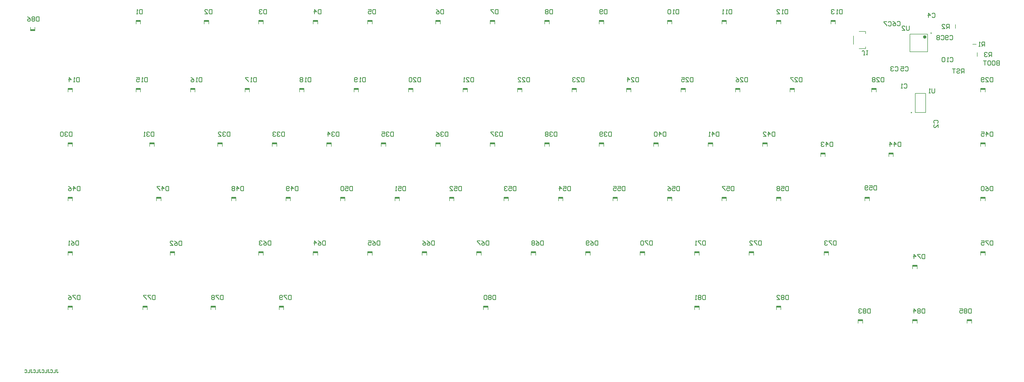
<source format=gbo>
G04*
G04 #@! TF.GenerationSoftware,Altium Limited,Altium Designer,25.6.2 (33)*
G04*
G04 Layer_Color=32896*
%FSLAX44Y44*%
%MOMM*%
G71*
G04*
G04 #@! TF.SameCoordinates,BA1FA69A-D19E-42E0-B421-8A8EBEBE1810*
G04*
G04*
G04 #@! TF.FilePolarity,Positive*
G04*
G01*
G75*
%ADD10C,0.2540*%
%ADD64C,0.2500*%
%ADD65C,0.6000*%
%ADD66C,0.1500*%
%ADD67C,0.2000*%
%ADD68R,1.5870X0.5080*%
D10*
X3533931Y1269617D02*
Y1254382D01*
X3526313D01*
X3523774Y1256922D01*
Y1259461D01*
X3526313Y1262000D01*
X3533931D01*
X3526313D01*
X3523774Y1264539D01*
Y1267078D01*
X3526313Y1269617D01*
X3533931D01*
X3511078D02*
X3516157D01*
X3518696Y1267078D01*
Y1256922D01*
X3516157Y1254382D01*
X3511078D01*
X3508539Y1256922D01*
Y1267078D01*
X3511078Y1269617D01*
X3495843D02*
X3500922D01*
X3503461Y1267078D01*
Y1256922D01*
X3500922Y1254382D01*
X3495843D01*
X3493304Y1256922D01*
Y1267078D01*
X3495843Y1269617D01*
X3488226D02*
X3478069D01*
X3483147D01*
Y1254382D01*
X236796Y188537D02*
X240128D01*
X238462D01*
Y180206D01*
X240128Y178540D01*
X241794D01*
X243460Y180206D01*
X233463Y188537D02*
Y178540D01*
X226799D01*
X216802Y186871D02*
X218468Y188537D01*
X221800D01*
X223466Y186871D01*
Y180206D01*
X221800Y178540D01*
X218468D01*
X216802Y180206D01*
X206805Y188537D02*
X210137D01*
X208471D01*
Y180206D01*
X210137Y178540D01*
X211803D01*
X213470Y180206D01*
X203473Y188537D02*
Y178540D01*
X196808D01*
X186812Y186871D02*
X188478Y188537D01*
X191810D01*
X193476Y186871D01*
Y180206D01*
X191810Y178540D01*
X188478D01*
X186812Y180206D01*
X176815Y188537D02*
X180147D01*
X178481D01*
Y180206D01*
X180147Y178540D01*
X181813D01*
X183479Y180206D01*
X173482Y188537D02*
Y178540D01*
X166818D01*
X156821Y186871D02*
X158487Y188537D01*
X161820D01*
X163486Y186871D01*
Y180206D01*
X161820Y178540D01*
X158487D01*
X156821Y180206D01*
X146825Y188537D02*
X150157D01*
X148491D01*
Y180206D01*
X150157Y178540D01*
X151823D01*
X153489Y180206D01*
X143492Y188537D02*
Y178540D01*
X136828D01*
X126831Y186871D02*
X128497Y188537D01*
X131829D01*
X133495Y186871D01*
Y180206D01*
X131829Y178540D01*
X128497D01*
X126831Y180206D01*
X3307844Y1172102D02*
Y1159406D01*
X3305305Y1156867D01*
X3300227D01*
X3297687Y1159406D01*
Y1172102D01*
X3292609Y1156867D02*
X3287531D01*
X3290070D01*
Y1172102D01*
X3292609Y1169563D01*
X3218696Y1391617D02*
Y1378922D01*
X3216157Y1376382D01*
X3211078D01*
X3208539Y1378922D01*
Y1391617D01*
X3193304Y1376382D02*
X3203461D01*
X3193304Y1386539D01*
Y1389078D01*
X3195843Y1391617D01*
X3200922D01*
X3203461Y1389078D01*
X3506696Y1284382D02*
Y1299617D01*
X3499078D01*
X3496539Y1297078D01*
Y1292000D01*
X3499078Y1289461D01*
X3506696D01*
X3501617D02*
X3496539Y1284382D01*
X3491461Y1297078D02*
X3488922Y1299617D01*
X3483843D01*
X3481304Y1297078D01*
Y1294539D01*
X3483843Y1292000D01*
X3486382D01*
X3483843D01*
X3481304Y1289461D01*
Y1286922D01*
X3483843Y1284382D01*
X3488922D01*
X3491461Y1286922D01*
X3358696Y1382383D02*
Y1397617D01*
X3351078D01*
X3348539Y1395078D01*
Y1390000D01*
X3351078Y1387461D01*
X3358696D01*
X3353618D02*
X3348539Y1382383D01*
X3333304D02*
X3343461D01*
X3333304Y1392539D01*
Y1395078D01*
X3335843Y1397617D01*
X3340922D01*
X3343461Y1395078D01*
X3482157Y1320383D02*
Y1335618D01*
X3474539D01*
X3472000Y1333078D01*
Y1328000D01*
X3474539Y1325461D01*
X3482157D01*
X3477078D02*
X3472000Y1320383D01*
X3466922D02*
X3461843D01*
X3464382D01*
Y1335618D01*
X3466922Y1333078D01*
X3410313Y1226383D02*
Y1241618D01*
X3402696D01*
X3400157Y1239078D01*
Y1234000D01*
X3402696Y1231461D01*
X3410313D01*
X3405235D02*
X3400157Y1226383D01*
X3384922Y1239078D02*
X3387461Y1241618D01*
X3392539D01*
X3395078Y1239078D01*
Y1236539D01*
X3392539Y1234000D01*
X3387461D01*
X3384922Y1231461D01*
Y1228922D01*
X3387461Y1226383D01*
X3392539D01*
X3395078Y1228922D01*
X3379843Y1241618D02*
X3369687D01*
X3374765D01*
Y1226383D01*
X3064000Y1290383D02*
X3058922D01*
X3061461D01*
Y1303078D01*
X3058922Y1305618D01*
X3056382D01*
X3053843Y1303078D01*
X3069078Y1305618D02*
X3074157D01*
X3071618D01*
Y1290383D01*
X3069078Y1292922D01*
X176313Y1423618D02*
Y1408383D01*
X168696D01*
X166157Y1410922D01*
Y1421078D01*
X168696Y1423618D01*
X176313D01*
X161078Y1421078D02*
X158539Y1423618D01*
X153461D01*
X150922Y1421078D01*
Y1418539D01*
X153461Y1416000D01*
X150922Y1413461D01*
Y1410922D01*
X153461Y1408383D01*
X158539D01*
X161078Y1410922D01*
Y1413461D01*
X158539Y1416000D01*
X161078Y1418539D01*
Y1421078D01*
X158539Y1416000D02*
X153461D01*
X135687Y1423618D02*
X140765Y1421078D01*
X145843Y1416000D01*
Y1410922D01*
X143304Y1408383D01*
X138226D01*
X135687Y1410922D01*
Y1413461D01*
X138226Y1416000D01*
X145843D01*
X3435350Y401569D02*
Y386334D01*
X3427733D01*
X3425193Y388873D01*
Y399030D01*
X3427733Y401569D01*
X3435350D01*
X3420115Y399030D02*
X3417576Y401569D01*
X3412497D01*
X3409958Y399030D01*
Y396491D01*
X3412497Y393951D01*
X3409958Y391412D01*
Y388873D01*
X3412497Y386334D01*
X3417576D01*
X3420115Y388873D01*
Y391412D01*
X3417576Y393951D01*
X3420115Y396491D01*
Y399030D01*
X3417576Y393951D02*
X3412497D01*
X3394723Y401569D02*
X3404880D01*
Y393951D01*
X3399802Y396491D01*
X3397262D01*
X3394723Y393951D01*
Y388873D01*
X3397262Y386334D01*
X3402341D01*
X3404880Y388873D01*
X3272790Y401569D02*
Y386334D01*
X3265172D01*
X3262633Y388873D01*
Y399030D01*
X3265172Y401569D01*
X3272790D01*
X3257555Y399030D02*
X3255016Y401569D01*
X3249937D01*
X3247398Y399030D01*
Y396491D01*
X3249937Y393951D01*
X3247398Y391412D01*
Y388873D01*
X3249937Y386334D01*
X3255016D01*
X3257555Y388873D01*
Y391412D01*
X3255016Y393951D01*
X3257555Y396491D01*
Y399030D01*
X3255016Y393951D02*
X3249937D01*
X3234702Y386334D02*
Y401569D01*
X3242320Y393951D01*
X3232163D01*
X3082290Y401569D02*
Y386334D01*
X3074673D01*
X3072133Y388873D01*
Y399030D01*
X3074673Y401569D01*
X3082290D01*
X3067055Y399030D02*
X3064516Y401569D01*
X3059437D01*
X3056898Y399030D01*
Y396491D01*
X3059437Y393951D01*
X3056898Y391412D01*
Y388873D01*
X3059437Y386334D01*
X3064516D01*
X3067055Y388873D01*
Y391412D01*
X3064516Y393951D01*
X3067055Y396491D01*
Y399030D01*
X3064516Y393951D02*
X3059437D01*
X3051820Y399030D02*
X3049281Y401569D01*
X3044202D01*
X3041663Y399030D01*
Y396491D01*
X3044202Y393951D01*
X3046742D01*
X3044202D01*
X3041663Y391412D01*
Y388873D01*
X3044202Y386334D01*
X3049281D01*
X3051820Y388873D01*
X2796540Y449067D02*
Y433832D01*
X2788922D01*
X2786383Y436371D01*
Y446528D01*
X2788922Y449067D01*
X2796540D01*
X2781305Y446528D02*
X2778766Y449067D01*
X2773687D01*
X2771148Y446528D01*
Y443989D01*
X2773687Y441450D01*
X2771148Y438910D01*
Y436371D01*
X2773687Y433832D01*
X2778766D01*
X2781305Y436371D01*
Y438910D01*
X2778766Y441450D01*
X2781305Y443989D01*
Y446528D01*
X2778766Y441450D02*
X2773687D01*
X2755913Y433832D02*
X2766070D01*
X2755913Y443989D01*
Y446528D01*
X2758452Y449067D01*
X2763531D01*
X2766070Y446528D01*
X2505710Y449067D02*
Y433832D01*
X2498092D01*
X2495553Y436371D01*
Y446528D01*
X2498092Y449067D01*
X2505710D01*
X2490475Y446528D02*
X2487936Y449067D01*
X2482857D01*
X2480318Y446528D01*
Y443989D01*
X2482857Y441450D01*
X2480318Y438910D01*
Y436371D01*
X2482857Y433832D01*
X2487936D01*
X2490475Y436371D01*
Y438910D01*
X2487936Y441450D01*
X2490475Y443989D01*
Y446528D01*
X2487936Y441450D02*
X2482857D01*
X2475240Y433832D02*
X2470161D01*
X2472701D01*
Y449067D01*
X2475240Y446528D01*
X1772412Y449067D02*
Y433832D01*
X1764794D01*
X1762255Y436371D01*
Y446528D01*
X1764794Y449067D01*
X1772412D01*
X1757177Y446528D02*
X1754638Y449067D01*
X1749559D01*
X1747020Y446528D01*
Y443989D01*
X1749559Y441450D01*
X1747020Y438910D01*
Y436371D01*
X1749559Y433832D01*
X1754638D01*
X1757177Y436371D01*
Y438910D01*
X1754638Y441450D01*
X1757177Y443989D01*
Y446528D01*
X1754638Y441450D02*
X1749559D01*
X1741942Y446528D02*
X1739403Y449067D01*
X1734324D01*
X1731785Y446528D01*
Y436371D01*
X1734324Y433832D01*
X1739403D01*
X1741942Y436371D01*
Y446528D01*
X1058164Y449067D02*
Y433832D01*
X1050546D01*
X1048007Y436371D01*
Y446528D01*
X1050546Y449067D01*
X1058164D01*
X1042929D02*
X1032772D01*
Y446528D01*
X1042929Y436371D01*
Y433832D01*
X1027694Y436371D02*
X1025155Y433832D01*
X1020076D01*
X1017537Y436371D01*
Y446528D01*
X1020076Y449067D01*
X1025155D01*
X1027694Y446528D01*
Y443989D01*
X1025155Y441450D01*
X1017537D01*
X819912Y449067D02*
Y433832D01*
X812294D01*
X809755Y436371D01*
Y446528D01*
X812294Y449067D01*
X819912D01*
X804677D02*
X794520D01*
Y446528D01*
X804677Y436371D01*
Y433832D01*
X789442Y446528D02*
X786903Y449067D01*
X781824D01*
X779285Y446528D01*
Y443989D01*
X781824Y441450D01*
X779285Y438910D01*
Y436371D01*
X781824Y433832D01*
X786903D01*
X789442Y436371D01*
Y438910D01*
X786903Y441450D01*
X789442Y443989D01*
Y446528D01*
X786903Y441450D02*
X781824D01*
X581914Y449067D02*
Y433832D01*
X574296D01*
X571757Y436371D01*
Y446528D01*
X574296Y449067D01*
X581914D01*
X566679D02*
X556522D01*
Y446528D01*
X566679Y436371D01*
Y433832D01*
X551444Y449067D02*
X541287D01*
Y446528D01*
X551444Y436371D01*
Y433832D01*
X320040Y449067D02*
Y433832D01*
X312423D01*
X309883Y436371D01*
Y446528D01*
X312423Y449067D01*
X320040D01*
X304805D02*
X294648D01*
Y446528D01*
X304805Y436371D01*
Y433832D01*
X279413Y449067D02*
X284492Y446528D01*
X289570Y441450D01*
Y436371D01*
X287031Y433832D01*
X281952D01*
X279413Y436371D01*
Y438910D01*
X281952Y441450D01*
X289570D01*
X3510788Y639567D02*
Y624332D01*
X3503170D01*
X3500631Y626871D01*
Y637028D01*
X3503170Y639567D01*
X3510788D01*
X3495553D02*
X3485396D01*
Y637028D01*
X3495553Y626871D01*
Y624332D01*
X3470161Y639567D02*
X3480318D01*
Y631950D01*
X3475240Y634489D01*
X3472700D01*
X3470161Y631950D01*
Y626871D01*
X3472700Y624332D01*
X3477779D01*
X3480318Y626871D01*
X3272790Y592069D02*
Y576834D01*
X3265172D01*
X3262633Y579373D01*
Y589530D01*
X3265172Y592069D01*
X3272790D01*
X3257555D02*
X3247398D01*
Y589530D01*
X3257555Y579373D01*
Y576834D01*
X3234702D02*
Y592069D01*
X3242320Y584451D01*
X3232163D01*
X2963164Y639567D02*
Y624332D01*
X2955547D01*
X2953007Y626871D01*
Y637028D01*
X2955547Y639567D01*
X2963164D01*
X2947929D02*
X2937772D01*
Y637028D01*
X2947929Y626871D01*
Y624332D01*
X2932694Y637028D02*
X2930155Y639567D01*
X2925076D01*
X2922537Y637028D01*
Y634489D01*
X2925076Y631950D01*
X2927615D01*
X2925076D01*
X2922537Y629410D01*
Y626871D01*
X2925076Y624332D01*
X2930155D01*
X2932694Y626871D01*
X2701290Y639567D02*
Y624332D01*
X2693672D01*
X2691133Y626871D01*
Y637028D01*
X2693672Y639567D01*
X2701290D01*
X2686055D02*
X2675898D01*
Y637028D01*
X2686055Y626871D01*
Y624332D01*
X2660663D02*
X2670820D01*
X2660663Y634489D01*
Y637028D01*
X2663202Y639567D01*
X2668281D01*
X2670820Y637028D01*
X2505710Y639567D02*
Y624332D01*
X2498092D01*
X2495553Y626871D01*
Y637028D01*
X2498092Y639567D01*
X2505710D01*
X2490475D02*
X2480318D01*
Y637028D01*
X2490475Y626871D01*
Y624332D01*
X2475240D02*
X2470161D01*
X2472701D01*
Y639567D01*
X2475240Y637028D01*
X2320290Y639567D02*
Y624332D01*
X2312672D01*
X2310133Y626871D01*
Y637028D01*
X2312672Y639567D01*
X2320290D01*
X2305055D02*
X2294898D01*
Y637028D01*
X2305055Y626871D01*
Y624332D01*
X2289820Y637028D02*
X2287281Y639567D01*
X2282202D01*
X2279663Y637028D01*
Y626871D01*
X2282202Y624332D01*
X2287281D01*
X2289820Y626871D01*
Y637028D01*
X2129790Y639567D02*
Y624332D01*
X2122173D01*
X2119633Y626871D01*
Y637028D01*
X2122173Y639567D01*
X2129790D01*
X2104398D02*
X2109477Y637028D01*
X2114555Y631950D01*
Y626871D01*
X2112016Y624332D01*
X2106937D01*
X2104398Y626871D01*
Y629410D01*
X2106937Y631950D01*
X2114555D01*
X2099320Y626871D02*
X2096781Y624332D01*
X2091702D01*
X2089163Y626871D01*
Y637028D01*
X2091702Y639567D01*
X2096781D01*
X2099320Y637028D01*
Y634489D01*
X2096781Y631950D01*
X2089163D01*
X1939290Y639567D02*
Y624332D01*
X1931673D01*
X1929133Y626871D01*
Y637028D01*
X1931673Y639567D01*
X1939290D01*
X1913898D02*
X1918977Y637028D01*
X1924055Y631950D01*
Y626871D01*
X1921516Y624332D01*
X1916437D01*
X1913898Y626871D01*
Y629410D01*
X1916437Y631950D01*
X1924055D01*
X1908820Y637028D02*
X1906281Y639567D01*
X1901202D01*
X1898663Y637028D01*
Y634489D01*
X1901202Y631950D01*
X1898663Y629410D01*
Y626871D01*
X1901202Y624332D01*
X1906281D01*
X1908820Y626871D01*
Y629410D01*
X1906281Y631950D01*
X1908820Y634489D01*
Y637028D01*
X1906281Y631950D02*
X1901202D01*
X1748790Y639567D02*
Y624332D01*
X1741172D01*
X1738633Y626871D01*
Y637028D01*
X1741172Y639567D01*
X1748790D01*
X1723398D02*
X1728477Y637028D01*
X1733555Y631950D01*
Y626871D01*
X1731016Y624332D01*
X1725937D01*
X1723398Y626871D01*
Y629410D01*
X1725937Y631950D01*
X1733555D01*
X1718320Y639567D02*
X1708163D01*
Y637028D01*
X1718320Y626871D01*
Y624332D01*
X1558290Y639567D02*
Y624332D01*
X1550672D01*
X1548133Y626871D01*
Y637028D01*
X1550672Y639567D01*
X1558290D01*
X1532898D02*
X1537977Y637028D01*
X1543055Y631950D01*
Y626871D01*
X1540516Y624332D01*
X1535437D01*
X1532898Y626871D01*
Y629410D01*
X1535437Y631950D01*
X1543055D01*
X1517663Y639567D02*
X1522742Y637028D01*
X1527820Y631950D01*
Y626871D01*
X1525281Y624332D01*
X1520202D01*
X1517663Y626871D01*
Y629410D01*
X1520202Y631950D01*
X1527820D01*
X1367790Y639567D02*
Y624332D01*
X1360172D01*
X1357633Y626871D01*
Y637028D01*
X1360172Y639567D01*
X1367790D01*
X1342398D02*
X1347477Y637028D01*
X1352555Y631950D01*
Y626871D01*
X1350016Y624332D01*
X1344937D01*
X1342398Y626871D01*
Y629410D01*
X1344937Y631950D01*
X1352555D01*
X1327163Y639567D02*
X1337320D01*
Y631950D01*
X1332242Y634489D01*
X1329702D01*
X1327163Y631950D01*
Y626871D01*
X1329702Y624332D01*
X1334781D01*
X1337320Y626871D01*
X1177290Y639567D02*
Y624332D01*
X1169672D01*
X1167133Y626871D01*
Y637028D01*
X1169672Y639567D01*
X1177290D01*
X1151898D02*
X1156977Y637028D01*
X1162055Y631950D01*
Y626871D01*
X1159516Y624332D01*
X1154437D01*
X1151898Y626871D01*
Y629410D01*
X1154437Y631950D01*
X1162055D01*
X1139202Y624332D02*
Y639567D01*
X1146820Y631950D01*
X1136663D01*
X986790Y639567D02*
Y624332D01*
X979173D01*
X976633Y626871D01*
Y637028D01*
X979173Y639567D01*
X986790D01*
X961398D02*
X966477Y637028D01*
X971555Y631950D01*
Y626871D01*
X969016Y624332D01*
X963937D01*
X961398Y626871D01*
Y629410D01*
X963937Y631950D01*
X971555D01*
X956320Y637028D02*
X953781Y639567D01*
X948702D01*
X946163Y637028D01*
Y634489D01*
X948702Y631950D01*
X951242D01*
X948702D01*
X946163Y629410D01*
Y626871D01*
X948702Y624332D01*
X953781D01*
X956320Y626871D01*
X675157Y638649D02*
Y623414D01*
X667540D01*
X665000Y625953D01*
Y636110D01*
X667540Y638649D01*
X675157D01*
X649765D02*
X654844Y636110D01*
X659922Y631031D01*
Y625953D01*
X657383Y623414D01*
X652305D01*
X649765Y625953D01*
Y628492D01*
X652305Y631031D01*
X659922D01*
X634530Y623414D02*
X644687D01*
X634530Y633570D01*
Y636110D01*
X637070Y638649D01*
X642148D01*
X644687Y636110D01*
X314960Y639567D02*
Y624332D01*
X307342D01*
X304803Y626871D01*
Y637028D01*
X307342Y639567D01*
X314960D01*
X289568D02*
X294647Y637028D01*
X299725Y631950D01*
Y626871D01*
X297186Y624332D01*
X292107D01*
X289568Y626871D01*
Y629410D01*
X292107Y631950D01*
X299725D01*
X284490Y624332D02*
X279412D01*
X281951D01*
Y639567D01*
X284490Y637028D01*
X3510788Y830067D02*
Y814832D01*
X3503170D01*
X3500631Y817371D01*
Y827528D01*
X3503170Y830067D01*
X3510788D01*
X3485396D02*
X3490475Y827528D01*
X3495553Y822449D01*
Y817371D01*
X3493014Y814832D01*
X3487935D01*
X3485396Y817371D01*
Y819910D01*
X3487935Y822449D01*
X3495553D01*
X3480318Y827528D02*
X3477779Y830067D01*
X3472700D01*
X3470161Y827528D01*
Y817371D01*
X3472700Y814832D01*
X3477779D01*
X3480318Y817371D01*
Y827528D01*
X3104032Y832992D02*
Y817757D01*
X3096415D01*
X3093875Y820297D01*
Y830453D01*
X3096415Y832992D01*
X3104032D01*
X3078640D02*
X3088797D01*
Y825375D01*
X3083719Y827914D01*
X3081180D01*
X3078640Y825375D01*
Y820297D01*
X3081180Y817757D01*
X3086258D01*
X3088797Y820297D01*
X3073562D02*
X3071023Y817757D01*
X3065945D01*
X3063405Y820297D01*
Y830453D01*
X3065945Y832992D01*
X3071023D01*
X3073562Y830453D01*
Y827914D01*
X3071023Y825375D01*
X3063405D01*
X2796540Y830067D02*
Y814832D01*
X2788922D01*
X2786383Y817371D01*
Y827528D01*
X2788922Y830067D01*
X2796540D01*
X2771148D02*
X2781305D01*
Y822449D01*
X2776227Y824989D01*
X2773687D01*
X2771148Y822449D01*
Y817371D01*
X2773687Y814832D01*
X2778766D01*
X2781305Y817371D01*
X2766070Y827528D02*
X2763531Y830067D01*
X2758452D01*
X2755913Y827528D01*
Y824989D01*
X2758452Y822449D01*
X2755913Y819910D01*
Y817371D01*
X2758452Y814832D01*
X2763531D01*
X2766070Y817371D01*
Y819910D01*
X2763531Y822449D01*
X2766070Y824989D01*
Y827528D01*
X2763531Y822449D02*
X2758452D01*
X2606040Y830067D02*
Y814832D01*
X2598423D01*
X2595883Y817371D01*
Y827528D01*
X2598423Y830067D01*
X2606040D01*
X2580648D02*
X2590805D01*
Y822449D01*
X2585727Y824989D01*
X2583187D01*
X2580648Y822449D01*
Y817371D01*
X2583187Y814832D01*
X2588266D01*
X2590805Y817371D01*
X2575570Y830067D02*
X2565413D01*
Y827528D01*
X2575570Y817371D01*
Y814832D01*
X2415540Y830067D02*
Y814832D01*
X2407923D01*
X2405383Y817371D01*
Y827528D01*
X2407923Y830067D01*
X2415540D01*
X2390148D02*
X2400305D01*
Y822449D01*
X2395227Y824989D01*
X2392687D01*
X2390148Y822449D01*
Y817371D01*
X2392687Y814832D01*
X2397766D01*
X2400305Y817371D01*
X2374913Y830067D02*
X2379991Y827528D01*
X2385070Y822449D01*
Y817371D01*
X2382531Y814832D01*
X2377452D01*
X2374913Y817371D01*
Y819910D01*
X2377452Y822449D01*
X2385070D01*
X2225040Y830067D02*
Y814832D01*
X2217422D01*
X2214883Y817371D01*
Y827528D01*
X2217422Y830067D01*
X2225040D01*
X2199648D02*
X2209805D01*
Y822449D01*
X2204727Y824989D01*
X2202187D01*
X2199648Y822449D01*
Y817371D01*
X2202187Y814832D01*
X2207266D01*
X2209805Y817371D01*
X2184413Y830067D02*
X2194570D01*
Y822449D01*
X2189491Y824989D01*
X2186952D01*
X2184413Y822449D01*
Y817371D01*
X2186952Y814832D01*
X2192031D01*
X2194570Y817371D01*
X2034540Y830067D02*
Y814832D01*
X2026922D01*
X2024383Y817371D01*
Y827528D01*
X2026922Y830067D01*
X2034540D01*
X2009148D02*
X2019305D01*
Y822449D01*
X2014227Y824989D01*
X2011687D01*
X2009148Y822449D01*
Y817371D01*
X2011687Y814832D01*
X2016766D01*
X2019305Y817371D01*
X1996452Y814832D02*
Y830067D01*
X2004070Y822449D01*
X1993913D01*
X1844040Y830067D02*
Y814832D01*
X1836422D01*
X1833883Y817371D01*
Y827528D01*
X1836422Y830067D01*
X1844040D01*
X1818648D02*
X1828805D01*
Y822449D01*
X1823727Y824989D01*
X1821187D01*
X1818648Y822449D01*
Y817371D01*
X1821187Y814832D01*
X1826266D01*
X1828805Y817371D01*
X1813570Y827528D02*
X1811031Y830067D01*
X1805952D01*
X1803413Y827528D01*
Y824989D01*
X1805952Y822449D01*
X1808492D01*
X1805952D01*
X1803413Y819910D01*
Y817371D01*
X1805952Y814832D01*
X1811031D01*
X1813570Y817371D01*
X1653540Y830067D02*
Y814832D01*
X1645923D01*
X1643383Y817371D01*
Y827528D01*
X1645923Y830067D01*
X1653540D01*
X1628148D02*
X1638305D01*
Y822449D01*
X1633227Y824989D01*
X1630687D01*
X1628148Y822449D01*
Y817371D01*
X1630687Y814832D01*
X1635766D01*
X1638305Y817371D01*
X1612913Y814832D02*
X1623070D01*
X1612913Y824989D01*
Y827528D01*
X1615452Y830067D01*
X1620531D01*
X1623070Y827528D01*
X1457960Y830067D02*
Y814832D01*
X1450343D01*
X1447803Y817371D01*
Y827528D01*
X1450343Y830067D01*
X1457960D01*
X1432568D02*
X1442725D01*
Y822449D01*
X1437647Y824989D01*
X1435107D01*
X1432568Y822449D01*
Y817371D01*
X1435107Y814832D01*
X1440186D01*
X1442725Y817371D01*
X1427490Y814832D02*
X1422411D01*
X1424951D01*
Y830067D01*
X1427490Y827528D01*
X1272540Y830067D02*
Y814832D01*
X1264922D01*
X1262383Y817371D01*
Y827528D01*
X1264922Y830067D01*
X1272540D01*
X1247148D02*
X1257305D01*
Y822449D01*
X1252227Y824989D01*
X1249687D01*
X1247148Y822449D01*
Y817371D01*
X1249687Y814832D01*
X1254766D01*
X1257305Y817371D01*
X1242070Y827528D02*
X1239531Y830067D01*
X1234452D01*
X1231913Y827528D01*
Y817371D01*
X1234452Y814832D01*
X1239531D01*
X1242070Y817371D01*
Y827528D01*
X1082040Y830067D02*
Y814832D01*
X1074423D01*
X1071883Y817371D01*
Y827528D01*
X1074423Y830067D01*
X1082040D01*
X1059187Y814832D02*
Y830067D01*
X1066805Y822449D01*
X1056648D01*
X1051570Y817371D02*
X1049031Y814832D01*
X1043952D01*
X1041413Y817371D01*
Y827528D01*
X1043952Y830067D01*
X1049031D01*
X1051570Y827528D01*
Y824989D01*
X1049031Y822449D01*
X1041413D01*
X891540Y830067D02*
Y814832D01*
X883923D01*
X881383Y817371D01*
Y827528D01*
X883923Y830067D01*
X891540D01*
X868687Y814832D02*
Y830067D01*
X876305Y822449D01*
X866148D01*
X861070Y827528D02*
X858531Y830067D01*
X853452D01*
X850913Y827528D01*
Y824989D01*
X853452Y822449D01*
X850913Y819910D01*
Y817371D01*
X853452Y814832D01*
X858531D01*
X861070Y817371D01*
Y819910D01*
X858531Y822449D01*
X861070Y824989D01*
Y827528D01*
X858531Y822449D02*
X853452D01*
X629412Y830067D02*
Y814832D01*
X621795D01*
X619255Y817371D01*
Y827528D01*
X621795Y830067D01*
X629412D01*
X606559Y814832D02*
Y830067D01*
X614177Y822449D01*
X604020D01*
X598942Y830067D02*
X588785D01*
Y827528D01*
X598942Y817371D01*
Y814832D01*
X320040Y830067D02*
Y814832D01*
X312423D01*
X309883Y817371D01*
Y827528D01*
X312423Y830067D01*
X320040D01*
X297187Y814832D02*
Y830067D01*
X304805Y822449D01*
X294648D01*
X279413Y830067D02*
X284492Y827528D01*
X289570Y822449D01*
Y817371D01*
X287031Y814832D01*
X281952D01*
X279413Y817371D01*
Y819910D01*
X281952Y822449D01*
X289570D01*
X3510788Y1020567D02*
Y1005332D01*
X3503170D01*
X3500631Y1007871D01*
Y1018028D01*
X3503170Y1020567D01*
X3510788D01*
X3487935Y1005332D02*
Y1020567D01*
X3495553Y1012950D01*
X3485396D01*
X3470161Y1020567D02*
X3480318D01*
Y1012950D01*
X3475240Y1015489D01*
X3472700D01*
X3470161Y1012950D01*
Y1007871D01*
X3472700Y1005332D01*
X3477779D01*
X3480318Y1007871D01*
X3189224Y985007D02*
Y969772D01*
X3181606D01*
X3179067Y972311D01*
Y982468D01*
X3181606Y985007D01*
X3189224D01*
X3166371Y969772D02*
Y985007D01*
X3173989Y977390D01*
X3163832D01*
X3151136Y969772D02*
Y985007D01*
X3158754Y977390D01*
X3148597D01*
X2951226Y985007D02*
Y969772D01*
X2943608D01*
X2941069Y972311D01*
Y982468D01*
X2943608Y985007D01*
X2951226D01*
X2928373Y969772D02*
Y985007D01*
X2935991Y977390D01*
X2925834D01*
X2920756Y982468D02*
X2918217Y985007D01*
X2913138D01*
X2910599Y982468D01*
Y979929D01*
X2913138Y977390D01*
X2915677D01*
X2913138D01*
X2910599Y974850D01*
Y972311D01*
X2913138Y969772D01*
X2918217D01*
X2920756Y972311D01*
X2748788Y1020567D02*
Y1005332D01*
X2741170D01*
X2738631Y1007871D01*
Y1018028D01*
X2741170Y1020567D01*
X2748788D01*
X2725935Y1005332D02*
Y1020567D01*
X2733553Y1012950D01*
X2723396D01*
X2708161Y1005332D02*
X2718318D01*
X2708161Y1015489D01*
Y1018028D01*
X2710700Y1020567D01*
X2715779D01*
X2718318Y1018028D01*
X2553208Y1020567D02*
Y1005332D01*
X2545591D01*
X2543051Y1007871D01*
Y1018028D01*
X2545591Y1020567D01*
X2553208D01*
X2530355Y1005332D02*
Y1020567D01*
X2537973Y1012950D01*
X2527816D01*
X2522738Y1005332D02*
X2517659D01*
X2520199D01*
Y1020567D01*
X2522738Y1018028D01*
X2367788Y1020567D02*
Y1005332D01*
X2360170D01*
X2357631Y1007871D01*
Y1018028D01*
X2360170Y1020567D01*
X2367788D01*
X2344935Y1005332D02*
Y1020567D01*
X2352553Y1012950D01*
X2342396D01*
X2337318Y1018028D02*
X2334779Y1020567D01*
X2329700D01*
X2327161Y1018028D01*
Y1007871D01*
X2329700Y1005332D01*
X2334779D01*
X2337318Y1007871D01*
Y1018028D01*
X2177288Y1020567D02*
Y1005332D01*
X2169671D01*
X2167131Y1007871D01*
Y1018028D01*
X2169671Y1020567D01*
X2177288D01*
X2162053Y1018028D02*
X2159514Y1020567D01*
X2154435D01*
X2151896Y1018028D01*
Y1015489D01*
X2154435Y1012950D01*
X2156975D01*
X2154435D01*
X2151896Y1010410D01*
Y1007871D01*
X2154435Y1005332D01*
X2159514D01*
X2162053Y1007871D01*
X2146818D02*
X2144279Y1005332D01*
X2139200D01*
X2136661Y1007871D01*
Y1018028D01*
X2139200Y1020567D01*
X2144279D01*
X2146818Y1018028D01*
Y1015489D01*
X2144279Y1012950D01*
X2136661D01*
X1986788Y1020567D02*
Y1005332D01*
X1979171D01*
X1976631Y1007871D01*
Y1018028D01*
X1979171Y1020567D01*
X1986788D01*
X1971553Y1018028D02*
X1969014Y1020567D01*
X1963935D01*
X1961396Y1018028D01*
Y1015489D01*
X1963935Y1012950D01*
X1966475D01*
X1963935D01*
X1961396Y1010410D01*
Y1007871D01*
X1963935Y1005332D01*
X1969014D01*
X1971553Y1007871D01*
X1956318Y1018028D02*
X1953779Y1020567D01*
X1948700D01*
X1946161Y1018028D01*
Y1015489D01*
X1948700Y1012950D01*
X1946161Y1010410D01*
Y1007871D01*
X1948700Y1005332D01*
X1953779D01*
X1956318Y1007871D01*
Y1010410D01*
X1953779Y1012950D01*
X1956318Y1015489D01*
Y1018028D01*
X1953779Y1012950D02*
X1948700D01*
X1796288Y1020567D02*
Y1005332D01*
X1788671D01*
X1786131Y1007871D01*
Y1018028D01*
X1788671Y1020567D01*
X1796288D01*
X1781053Y1018028D02*
X1778514Y1020567D01*
X1773435D01*
X1770896Y1018028D01*
Y1015489D01*
X1773435Y1012950D01*
X1775975D01*
X1773435D01*
X1770896Y1010410D01*
Y1007871D01*
X1773435Y1005332D01*
X1778514D01*
X1781053Y1007871D01*
X1765818Y1020567D02*
X1755661D01*
Y1018028D01*
X1765818Y1007871D01*
Y1005332D01*
X1605788Y1020567D02*
Y1005332D01*
X1598170D01*
X1595631Y1007871D01*
Y1018028D01*
X1598170Y1020567D01*
X1605788D01*
X1590553Y1018028D02*
X1588014Y1020567D01*
X1582935D01*
X1580396Y1018028D01*
Y1015489D01*
X1582935Y1012950D01*
X1585475D01*
X1582935D01*
X1580396Y1010410D01*
Y1007871D01*
X1582935Y1005332D01*
X1588014D01*
X1590553Y1007871D01*
X1565161Y1020567D02*
X1570240Y1018028D01*
X1575318Y1012950D01*
Y1007871D01*
X1572779Y1005332D01*
X1567700D01*
X1565161Y1007871D01*
Y1010410D01*
X1567700Y1012950D01*
X1575318D01*
X1415288Y1020567D02*
Y1005332D01*
X1407670D01*
X1405131Y1007871D01*
Y1018028D01*
X1407670Y1020567D01*
X1415288D01*
X1400053Y1018028D02*
X1397514Y1020567D01*
X1392435D01*
X1389896Y1018028D01*
Y1015489D01*
X1392435Y1012950D01*
X1394975D01*
X1392435D01*
X1389896Y1010410D01*
Y1007871D01*
X1392435Y1005332D01*
X1397514D01*
X1400053Y1007871D01*
X1374661Y1020567D02*
X1384818D01*
Y1012950D01*
X1379740Y1015489D01*
X1377200D01*
X1374661Y1012950D01*
Y1007871D01*
X1377200Y1005332D01*
X1382279D01*
X1384818Y1007871D01*
X1224788Y1020567D02*
Y1005332D01*
X1217170D01*
X1214631Y1007871D01*
Y1018028D01*
X1217170Y1020567D01*
X1224788D01*
X1209553Y1018028D02*
X1207014Y1020567D01*
X1201935D01*
X1199396Y1018028D01*
Y1015489D01*
X1201935Y1012950D01*
X1204475D01*
X1201935D01*
X1199396Y1010410D01*
Y1007871D01*
X1201935Y1005332D01*
X1207014D01*
X1209553Y1007871D01*
X1186700Y1005332D02*
Y1020567D01*
X1194318Y1012950D01*
X1184161D01*
X1034288Y1020567D02*
Y1005332D01*
X1026671D01*
X1024131Y1007871D01*
Y1018028D01*
X1026671Y1020567D01*
X1034288D01*
X1019053Y1018028D02*
X1016514Y1020567D01*
X1011435D01*
X1008896Y1018028D01*
Y1015489D01*
X1011435Y1012950D01*
X1013975D01*
X1011435D01*
X1008896Y1010410D01*
Y1007871D01*
X1011435Y1005332D01*
X1016514D01*
X1019053Y1007871D01*
X1003818Y1018028D02*
X1001279Y1020567D01*
X996200D01*
X993661Y1018028D01*
Y1015489D01*
X996200Y1012950D01*
X998739D01*
X996200D01*
X993661Y1010410D01*
Y1007871D01*
X996200Y1005332D01*
X1001279D01*
X1003818Y1007871D01*
X843788Y1020567D02*
Y1005332D01*
X836171D01*
X833631Y1007871D01*
Y1018028D01*
X836171Y1020567D01*
X843788D01*
X828553Y1018028D02*
X826014Y1020567D01*
X820935D01*
X818396Y1018028D01*
Y1015489D01*
X820935Y1012950D01*
X823475D01*
X820935D01*
X818396Y1010410D01*
Y1007871D01*
X820935Y1005332D01*
X826014D01*
X828553Y1007871D01*
X803161Y1005332D02*
X813318D01*
X803161Y1015489D01*
Y1018028D01*
X805700Y1020567D01*
X810779D01*
X813318Y1018028D01*
X577850Y1020567D02*
Y1005332D01*
X570233D01*
X567693Y1007871D01*
Y1018028D01*
X570233Y1020567D01*
X577850D01*
X562615Y1018028D02*
X560076Y1020567D01*
X554997D01*
X552458Y1018028D01*
Y1015489D01*
X554997Y1012950D01*
X557537D01*
X554997D01*
X552458Y1010410D01*
Y1007871D01*
X554997Y1005332D01*
X560076D01*
X562615Y1007871D01*
X547380Y1005332D02*
X542301D01*
X544841D01*
Y1020567D01*
X547380Y1018028D01*
X292100Y1020567D02*
Y1005332D01*
X284482D01*
X281943Y1007871D01*
Y1018028D01*
X284482Y1020567D01*
X292100D01*
X276865Y1018028D02*
X274326Y1020567D01*
X269247D01*
X266708Y1018028D01*
Y1015489D01*
X269247Y1012950D01*
X271787D01*
X269247D01*
X266708Y1010410D01*
Y1007871D01*
X269247Y1005332D01*
X274326D01*
X276865Y1007871D01*
X261630Y1018028D02*
X259091Y1020567D01*
X254012D01*
X251473Y1018028D01*
Y1007871D01*
X254012Y1005332D01*
X259091D01*
X261630Y1007871D01*
Y1018028D01*
X3510788Y1211067D02*
Y1195832D01*
X3503170D01*
X3500631Y1198371D01*
Y1208528D01*
X3503170Y1211067D01*
X3510788D01*
X3485396Y1195832D02*
X3495553D01*
X3485396Y1205989D01*
Y1208528D01*
X3487935Y1211067D01*
X3493014D01*
X3495553Y1208528D01*
X3480318Y1198371D02*
X3477779Y1195832D01*
X3472700D01*
X3470161Y1198371D01*
Y1208528D01*
X3472700Y1211067D01*
X3477779D01*
X3480318Y1208528D01*
Y1205989D01*
X3477779Y1203449D01*
X3470161D01*
X3129788Y1211067D02*
Y1195832D01*
X3122170D01*
X3119631Y1198371D01*
Y1208528D01*
X3122170Y1211067D01*
X3129788D01*
X3104396Y1195832D02*
X3114553D01*
X3104396Y1205989D01*
Y1208528D01*
X3106935Y1211067D01*
X3112014D01*
X3114553Y1208528D01*
X3099318D02*
X3096779Y1211067D01*
X3091700D01*
X3089161Y1208528D01*
Y1205989D01*
X3091700Y1203449D01*
X3089161Y1200910D01*
Y1198371D01*
X3091700Y1195832D01*
X3096779D01*
X3099318Y1198371D01*
Y1200910D01*
X3096779Y1203449D01*
X3099318Y1205989D01*
Y1208528D01*
X3096779Y1203449D02*
X3091700D01*
X2844038Y1211067D02*
Y1195832D01*
X2836421D01*
X2833881Y1198371D01*
Y1208528D01*
X2836421Y1211067D01*
X2844038D01*
X2818646Y1195832D02*
X2828803D01*
X2818646Y1205989D01*
Y1208528D01*
X2821185Y1211067D01*
X2826264D01*
X2828803Y1208528D01*
X2813568Y1211067D02*
X2803411D01*
Y1208528D01*
X2813568Y1198371D01*
Y1195832D01*
X2653538Y1211067D02*
Y1195832D01*
X2645920D01*
X2643381Y1198371D01*
Y1208528D01*
X2645920Y1211067D01*
X2653538D01*
X2628146Y1195832D02*
X2638303D01*
X2628146Y1205989D01*
Y1208528D01*
X2630685Y1211067D01*
X2635764D01*
X2638303Y1208528D01*
X2612911Y1211067D02*
X2617990Y1208528D01*
X2623068Y1203449D01*
Y1198371D01*
X2620529Y1195832D01*
X2615450D01*
X2612911Y1198371D01*
Y1200910D01*
X2615450Y1203449D01*
X2623068D01*
X2463038Y1211067D02*
Y1195832D01*
X2455421D01*
X2452881Y1198371D01*
Y1208528D01*
X2455421Y1211067D01*
X2463038D01*
X2437646Y1195832D02*
X2447803D01*
X2437646Y1205989D01*
Y1208528D01*
X2440185Y1211067D01*
X2445264D01*
X2447803Y1208528D01*
X2422411Y1211067D02*
X2432568D01*
Y1203449D01*
X2427489Y1205989D01*
X2424950D01*
X2422411Y1203449D01*
Y1198371D01*
X2424950Y1195832D01*
X2430029D01*
X2432568Y1198371D01*
X2272538Y1211067D02*
Y1195832D01*
X2264921D01*
X2262381Y1198371D01*
Y1208528D01*
X2264921Y1211067D01*
X2272538D01*
X2247146Y1195832D02*
X2257303D01*
X2247146Y1205989D01*
Y1208528D01*
X2249685Y1211067D01*
X2254764D01*
X2257303Y1208528D01*
X2234450Y1195832D02*
Y1211067D01*
X2242068Y1203449D01*
X2231911D01*
X2082038Y1211067D02*
Y1195832D01*
X2074420D01*
X2071881Y1198371D01*
Y1208528D01*
X2074420Y1211067D01*
X2082038D01*
X2056646Y1195832D02*
X2066803D01*
X2056646Y1205989D01*
Y1208528D01*
X2059185Y1211067D01*
X2064264D01*
X2066803Y1208528D01*
X2051568D02*
X2049029Y1211067D01*
X2043950D01*
X2041411Y1208528D01*
Y1205989D01*
X2043950Y1203449D01*
X2046490D01*
X2043950D01*
X2041411Y1200910D01*
Y1198371D01*
X2043950Y1195832D01*
X2049029D01*
X2051568Y1198371D01*
X1891538Y1211067D02*
Y1195832D01*
X1883920D01*
X1881381Y1198371D01*
Y1208528D01*
X1883920Y1211067D01*
X1891538D01*
X1866146Y1195832D02*
X1876303D01*
X1866146Y1205989D01*
Y1208528D01*
X1868685Y1211067D01*
X1873764D01*
X1876303Y1208528D01*
X1850911Y1195832D02*
X1861068D01*
X1850911Y1205989D01*
Y1208528D01*
X1853450Y1211067D01*
X1858529D01*
X1861068Y1208528D01*
X1695958Y1211067D02*
Y1195832D01*
X1688340D01*
X1685801Y1198371D01*
Y1208528D01*
X1688340Y1211067D01*
X1695958D01*
X1670566Y1195832D02*
X1680723D01*
X1670566Y1205989D01*
Y1208528D01*
X1673105Y1211067D01*
X1678184D01*
X1680723Y1208528D01*
X1665488Y1195832D02*
X1660410D01*
X1662949D01*
Y1211067D01*
X1665488Y1208528D01*
X1510538Y1211067D02*
Y1195832D01*
X1502921D01*
X1500381Y1198371D01*
Y1208528D01*
X1502921Y1211067D01*
X1510538D01*
X1485146Y1195832D02*
X1495303D01*
X1485146Y1205989D01*
Y1208528D01*
X1487685Y1211067D01*
X1492764D01*
X1495303Y1208528D01*
X1480068D02*
X1477529Y1211067D01*
X1472450D01*
X1469911Y1208528D01*
Y1198371D01*
X1472450Y1195832D01*
X1477529D01*
X1480068Y1198371D01*
Y1208528D01*
X1317498Y1211101D02*
Y1195866D01*
X1309881D01*
X1307341Y1198405D01*
Y1208562D01*
X1309881Y1211101D01*
X1317498D01*
X1302263Y1195866D02*
X1297185D01*
X1299724D01*
Y1211101D01*
X1302263Y1208562D01*
X1289567Y1198405D02*
X1287028Y1195866D01*
X1281949D01*
X1279410Y1198405D01*
Y1208562D01*
X1281949Y1211101D01*
X1287028D01*
X1289567Y1208562D01*
Y1206022D01*
X1287028Y1203483D01*
X1279410D01*
X1126998Y1211067D02*
Y1195832D01*
X1119380D01*
X1116841Y1198371D01*
Y1208528D01*
X1119380Y1211067D01*
X1126998D01*
X1111763Y1195832D02*
X1106685D01*
X1109224D01*
Y1211067D01*
X1111763Y1208528D01*
X1099067D02*
X1096528Y1211067D01*
X1091450D01*
X1088910Y1208528D01*
Y1205989D01*
X1091450Y1203449D01*
X1088910Y1200910D01*
Y1198371D01*
X1091450Y1195832D01*
X1096528D01*
X1099067Y1198371D01*
Y1200910D01*
X1096528Y1203449D01*
X1099067Y1205989D01*
Y1208528D01*
X1096528Y1203449D02*
X1091450D01*
X936498Y1211067D02*
Y1195832D01*
X928880D01*
X926341Y1198371D01*
Y1208528D01*
X928880Y1211067D01*
X936498D01*
X921263Y1195832D02*
X916185D01*
X918724D01*
Y1211067D01*
X921263Y1208528D01*
X908567Y1211067D02*
X898410D01*
Y1208528D01*
X908567Y1198371D01*
Y1195832D01*
X745998Y1211067D02*
Y1195832D01*
X738381D01*
X735841Y1198371D01*
Y1208528D01*
X738381Y1211067D01*
X745998D01*
X730763Y1195832D02*
X725685D01*
X728224D01*
Y1211067D01*
X730763Y1208528D01*
X707910Y1211067D02*
X712989Y1208528D01*
X718067Y1203449D01*
Y1198371D01*
X715528Y1195832D01*
X710450D01*
X707910Y1198371D01*
Y1200910D01*
X710450Y1203449D01*
X718067D01*
X555498Y1211067D02*
Y1195832D01*
X547881D01*
X545341Y1198371D01*
Y1208528D01*
X547881Y1211067D01*
X555498D01*
X540263Y1195832D02*
X535185D01*
X537724D01*
Y1211067D01*
X540263Y1208528D01*
X517410Y1211067D02*
X527567D01*
Y1203449D01*
X522489Y1205989D01*
X519949D01*
X517410Y1203449D01*
Y1198371D01*
X519949Y1195832D01*
X525028D01*
X527567Y1198371D01*
X317500Y1211067D02*
Y1195832D01*
X309883D01*
X307343Y1198371D01*
Y1208528D01*
X309883Y1211067D01*
X317500D01*
X302265Y1195832D02*
X297187D01*
X299726D01*
Y1211067D01*
X302265Y1208528D01*
X281952Y1195832D02*
Y1211067D01*
X289569Y1203449D01*
X279412D01*
X2984500Y1449319D02*
Y1434084D01*
X2976883D01*
X2974343Y1436623D01*
Y1446780D01*
X2976883Y1449319D01*
X2984500D01*
X2969265Y1434084D02*
X2964187D01*
X2966726D01*
Y1449319D01*
X2969265Y1446780D01*
X2956569D02*
X2954030Y1449319D01*
X2948951D01*
X2946412Y1446780D01*
Y1444241D01*
X2948951Y1441702D01*
X2951491D01*
X2948951D01*
X2946412Y1439162D01*
Y1436623D01*
X2948951Y1434084D01*
X2954030D01*
X2956569Y1436623D01*
X2794000Y1449319D02*
Y1434084D01*
X2786382D01*
X2783843Y1436623D01*
Y1446780D01*
X2786382Y1449319D01*
X2794000D01*
X2778765Y1434084D02*
X2773687D01*
X2776226D01*
Y1449319D01*
X2778765Y1446780D01*
X2755912Y1434084D02*
X2766069D01*
X2755912Y1444241D01*
Y1446780D01*
X2758452Y1449319D01*
X2763530D01*
X2766069Y1446780D01*
X2598420Y1449319D02*
Y1434084D01*
X2590803D01*
X2588263Y1436623D01*
Y1446780D01*
X2590803Y1449319D01*
X2598420D01*
X2583185Y1434084D02*
X2578107D01*
X2580646D01*
Y1449319D01*
X2583185Y1446780D01*
X2570489Y1434084D02*
X2565411D01*
X2567950D01*
Y1449319D01*
X2570489Y1446780D01*
X2413000Y1449319D02*
Y1434084D01*
X2405383D01*
X2402843Y1436623D01*
Y1446780D01*
X2405383Y1449319D01*
X2413000D01*
X2397765Y1434084D02*
X2392687D01*
X2395226D01*
Y1449319D01*
X2397765Y1446780D01*
X2385069D02*
X2382530Y1449319D01*
X2377451D01*
X2374912Y1446780D01*
Y1436623D01*
X2377451Y1434084D01*
X2382530D01*
X2385069Y1436623D01*
Y1446780D01*
X2162048Y1449319D02*
Y1434084D01*
X2154431D01*
X2151891Y1436623D01*
Y1446780D01*
X2154431Y1449319D01*
X2162048D01*
X2146813Y1436623D02*
X2144274Y1434084D01*
X2139195D01*
X2136656Y1436623D01*
Y1446780D01*
X2139195Y1449319D01*
X2144274D01*
X2146813Y1446780D01*
Y1444241D01*
X2144274Y1441702D01*
X2136656D01*
X1971548Y1449319D02*
Y1434084D01*
X1963931D01*
X1961391Y1436623D01*
Y1446780D01*
X1963931Y1449319D01*
X1971548D01*
X1956313Y1446780D02*
X1953774Y1449319D01*
X1948695D01*
X1946156Y1446780D01*
Y1444241D01*
X1948695Y1441702D01*
X1946156Y1439162D01*
Y1436623D01*
X1948695Y1434084D01*
X1953774D01*
X1956313Y1436623D01*
Y1439162D01*
X1953774Y1441702D01*
X1956313Y1444241D01*
Y1446780D01*
X1953774Y1441702D02*
X1948695D01*
X1781048Y1449319D02*
Y1434084D01*
X1773430D01*
X1770891Y1436623D01*
Y1446780D01*
X1773430Y1449319D01*
X1781048D01*
X1765813D02*
X1755656D01*
Y1446780D01*
X1765813Y1436623D01*
Y1434084D01*
X1590548Y1449319D02*
Y1434084D01*
X1582930D01*
X1580391Y1436623D01*
Y1446780D01*
X1582930Y1449319D01*
X1590548D01*
X1565156D02*
X1570235Y1446780D01*
X1575313Y1441702D01*
Y1436623D01*
X1572774Y1434084D01*
X1567695D01*
X1565156Y1436623D01*
Y1439162D01*
X1567695Y1441702D01*
X1575313D01*
X1352550Y1449319D02*
Y1434084D01*
X1344933D01*
X1342393Y1436623D01*
Y1446780D01*
X1344933Y1449319D01*
X1352550D01*
X1327158D02*
X1337315D01*
Y1441702D01*
X1332237Y1444241D01*
X1329697D01*
X1327158Y1441702D01*
Y1436623D01*
X1329697Y1434084D01*
X1334776D01*
X1337315Y1436623D01*
X1162050Y1449319D02*
Y1434084D01*
X1154433D01*
X1151893Y1436623D01*
Y1446780D01*
X1154433Y1449319D01*
X1162050D01*
X1139197Y1434084D02*
Y1449319D01*
X1146815Y1441702D01*
X1136658D01*
X971550Y1449319D02*
Y1434084D01*
X963932D01*
X961393Y1436623D01*
Y1446780D01*
X963932Y1449319D01*
X971550D01*
X956315Y1446780D02*
X953776Y1449319D01*
X948697D01*
X946158Y1446780D01*
Y1444241D01*
X948697Y1441702D01*
X951237D01*
X948697D01*
X946158Y1439162D01*
Y1436623D01*
X948697Y1434084D01*
X953776D01*
X956315Y1436623D01*
X781050Y1449319D02*
Y1434084D01*
X773432D01*
X770893Y1436623D01*
Y1446780D01*
X773432Y1449319D01*
X781050D01*
X755658Y1434084D02*
X765815D01*
X755658Y1444241D01*
Y1446780D01*
X758197Y1449319D01*
X763276D01*
X765815Y1446780D01*
X537718Y1449319D02*
Y1434084D01*
X530101D01*
X527561Y1436623D01*
Y1446780D01*
X530101Y1449319D01*
X537718D01*
X522483Y1434084D02*
X517405D01*
X519944D01*
Y1449319D01*
X522483Y1446780D01*
X3360887Y1279078D02*
X3363426Y1281617D01*
X3368505D01*
X3371044Y1279078D01*
Y1268922D01*
X3368505Y1266383D01*
X3363426D01*
X3360887Y1268922D01*
X3355809Y1266383D02*
X3350730D01*
X3353270D01*
Y1281617D01*
X3355809Y1279078D01*
X3343113D02*
X3340574Y1281617D01*
X3335495D01*
X3332956Y1279078D01*
Y1268922D01*
X3335495Y1266383D01*
X3340574D01*
X3343113Y1268922D01*
Y1279078D01*
X3360099Y1356437D02*
X3362638Y1358976D01*
X3367716D01*
X3370256Y1356437D01*
Y1346280D01*
X3367716Y1343741D01*
X3362638D01*
X3360099Y1346280D01*
X3355020D02*
X3352481Y1343741D01*
X3347403D01*
X3344864Y1346280D01*
Y1356437D01*
X3347403Y1358976D01*
X3352481D01*
X3355020Y1356437D01*
Y1353897D01*
X3352481Y1351358D01*
X3344864D01*
X3329435Y1356356D02*
X3331974Y1358895D01*
X3337053D01*
X3339592Y1356356D01*
Y1346199D01*
X3337053Y1343660D01*
X3331974D01*
X3329435Y1346199D01*
X3324357Y1356356D02*
X3321818Y1358895D01*
X3316740D01*
X3314200Y1356356D01*
Y1353817D01*
X3316740Y1351277D01*
X3314200Y1348738D01*
Y1346199D01*
X3316740Y1343660D01*
X3321818D01*
X3324357Y1346199D01*
Y1348738D01*
X3321818Y1351277D01*
X3324357Y1353817D01*
Y1356356D01*
X3321818Y1351277D02*
X3316740D01*
X3145031Y1404108D02*
X3147570Y1406647D01*
X3152649D01*
X3155188Y1404108D01*
Y1393951D01*
X3152649Y1391412D01*
X3147570D01*
X3145031Y1393951D01*
X3139953Y1406647D02*
X3129796D01*
Y1404108D01*
X3139953Y1393951D01*
Y1391412D01*
X3176539Y1405078D02*
X3179078Y1407617D01*
X3184157D01*
X3186696Y1405078D01*
Y1394922D01*
X3184157Y1392383D01*
X3179078D01*
X3176539Y1394922D01*
X3161304Y1407617D02*
X3166382Y1405078D01*
X3171461Y1400000D01*
Y1394922D01*
X3168922Y1392383D01*
X3163843D01*
X3161304Y1394922D01*
Y1397461D01*
X3163843Y1400000D01*
X3171461D01*
X3204539Y1247078D02*
X3207078Y1249617D01*
X3212157D01*
X3214696Y1247078D01*
Y1236922D01*
X3212157Y1234382D01*
X3207078D01*
X3204539Y1236922D01*
X3189304Y1249617D02*
X3199461D01*
Y1242000D01*
X3194383Y1244539D01*
X3191843D01*
X3189304Y1242000D01*
Y1236922D01*
X3191843Y1234382D01*
X3196922D01*
X3199461Y1236922D01*
X3298193Y1433826D02*
X3300732Y1436365D01*
X3305811D01*
X3308350Y1433826D01*
Y1423669D01*
X3305811Y1421130D01*
X3300732D01*
X3298193Y1423669D01*
X3285497Y1421130D02*
Y1436365D01*
X3293115Y1428748D01*
X3282958D01*
X3168539Y1247078D02*
X3171078Y1249617D01*
X3176157D01*
X3178696Y1247078D01*
Y1236922D01*
X3176157Y1234382D01*
X3171078D01*
X3168539Y1236922D01*
X3163461Y1247078D02*
X3160922Y1249617D01*
X3155843D01*
X3153304Y1247078D01*
Y1244539D01*
X3155843Y1242000D01*
X3158383D01*
X3155843D01*
X3153304Y1239461D01*
Y1236922D01*
X3155843Y1234382D01*
X3160922D01*
X3163461Y1236922D01*
X3306923Y1051724D02*
X3304384Y1054263D01*
Y1059342D01*
X3306923Y1061881D01*
X3317079D01*
X3319619Y1059342D01*
Y1054263D01*
X3317079Y1051724D01*
X3319619Y1036489D02*
Y1046646D01*
X3309462Y1036489D01*
X3306923D01*
X3304384Y1039028D01*
Y1044106D01*
X3306923Y1046646D01*
X3200000Y1187078D02*
X3202539Y1189617D01*
X3207617D01*
X3210157Y1187078D01*
Y1176922D01*
X3207617Y1174382D01*
X3202539D01*
X3200000Y1176922D01*
X3194922Y1174382D02*
X3189843D01*
X3192383D01*
Y1189617D01*
X3194922Y1187078D01*
D64*
X3296482Y1366452D02*
G03*
X3296482Y1366452I-1250J0D01*
G01*
X3227500Y1088500D02*
G03*
X3227500Y1088500I-1250J0D01*
G01*
D65*
X3275982Y1352952D02*
G03*
X3275982Y1352952I-3000J0D01*
G01*
D66*
X3024000Y1327000D02*
Y1357000D01*
X3066000Y1312000D02*
Y1319140D01*
X3043590Y1312000D02*
X3066000D01*
X3043590Y1372000D02*
X3066000D01*
Y1364860D02*
Y1372000D01*
D67*
X516125Y1411288D02*
X531625D01*
X516125Y1398587D02*
Y1411288D01*
X531625Y1398587D02*
Y1411288D01*
X754250D02*
X769750D01*
X754250Y1398587D02*
Y1411288D01*
X769750Y1398587D02*
Y1411288D01*
X944750D02*
X960250D01*
X944750Y1398587D02*
Y1411288D01*
X960250Y1398587D02*
Y1411288D01*
X1135250D02*
X1150750D01*
X1135250Y1398587D02*
Y1411288D01*
X1150750Y1398587D02*
Y1411288D01*
X1325750D02*
X1341250D01*
X1325750Y1398587D02*
Y1411288D01*
X1341250Y1398587D02*
Y1411288D01*
X1563875D02*
X1579375D01*
X1563875Y1398587D02*
Y1411288D01*
X1579375Y1398587D02*
Y1411288D01*
X1754375D02*
X1769875D01*
X1754375Y1398587D02*
Y1411288D01*
X1769875Y1398587D02*
Y1411288D01*
X1944875D02*
X1960375D01*
X1944875Y1398587D02*
Y1411288D01*
X1960375Y1398587D02*
Y1411288D01*
X2135375D02*
X2150875D01*
X2135375Y1398587D02*
Y1411288D01*
X2150875Y1398587D02*
Y1411288D01*
X2373500D02*
X2389000D01*
X2373500Y1398587D02*
Y1411288D01*
X2389000Y1398587D02*
Y1411288D01*
X2564000D02*
X2579500D01*
X2564000Y1398587D02*
Y1411288D01*
X2579500Y1398587D02*
Y1411288D01*
X2754500D02*
X2770000D01*
X2754500Y1398587D02*
Y1411288D01*
X2770000Y1398587D02*
Y1411288D01*
X2945000D02*
X2960500D01*
X2945000Y1398587D02*
Y1411288D01*
X2960500Y1398587D02*
Y1411288D01*
X278000Y1173163D02*
X293500D01*
X278000Y1160462D02*
Y1173163D01*
X293500Y1160462D02*
Y1173163D01*
X516125D02*
X531625D01*
X516125Y1160462D02*
Y1173163D01*
X531625Y1160462D02*
Y1173163D01*
X706625D02*
X722125D01*
X706625Y1160462D02*
Y1173163D01*
X722125Y1160462D02*
Y1173163D01*
X897125D02*
X912625D01*
X897125Y1160462D02*
Y1173163D01*
X912625Y1160462D02*
Y1173163D01*
X1087625D02*
X1103125D01*
X1087625Y1160462D02*
Y1173163D01*
X1103125Y1160462D02*
Y1173163D01*
X1278125D02*
X1293625D01*
X1278125Y1160462D02*
Y1173163D01*
X1293625Y1160462D02*
Y1173163D01*
X1468625D02*
X1484125D01*
X1468625Y1160462D02*
Y1173163D01*
X1484125Y1160462D02*
Y1173163D01*
X1659125D02*
X1674625D01*
X1659125Y1160462D02*
Y1173163D01*
X1674625Y1160462D02*
Y1173163D01*
X1849625D02*
X1865125D01*
X1849625Y1160462D02*
Y1173163D01*
X1865125Y1160462D02*
Y1173163D01*
X2040125D02*
X2055625D01*
X2040125Y1160462D02*
Y1173163D01*
X2055625Y1160462D02*
Y1173163D01*
X2230625D02*
X2246125D01*
X2230625Y1160462D02*
Y1173163D01*
X2246125Y1160462D02*
Y1173163D01*
X2421125D02*
X2436625D01*
X2421125Y1160462D02*
Y1173163D01*
X2436625Y1160462D02*
Y1173163D01*
X2611625D02*
X2627125D01*
X2611625Y1160462D02*
Y1173163D01*
X2627125Y1160462D02*
Y1173163D01*
X2802125D02*
X2817625D01*
X2802125Y1160462D02*
Y1173163D01*
X2817625Y1160462D02*
Y1173163D01*
X3087875D02*
X3103375D01*
X3087875Y1160462D02*
Y1173163D01*
X3103375Y1160462D02*
Y1173163D01*
X3468875D02*
X3484375D01*
X3468875Y1160462D02*
Y1173163D01*
X3484375Y1160462D02*
Y1173163D01*
X278000Y982662D02*
X293500D01*
X278000Y969962D02*
Y982662D01*
X293500Y969962D02*
Y982662D01*
X563750D02*
X579249D01*
X563750Y969962D02*
Y982662D01*
X579249Y969962D02*
Y982662D01*
X801875Y982663D02*
X817375D01*
X801875Y969962D02*
Y982663D01*
X817375Y969962D02*
Y982663D01*
X992375D02*
X1007875D01*
X992375Y969962D02*
Y982663D01*
X1007875Y969962D02*
Y982663D01*
X1182875D02*
X1198375D01*
X1182875Y969962D02*
Y982663D01*
X1198375Y969962D02*
Y982663D01*
X1373375D02*
X1388875D01*
X1373375Y969962D02*
Y982663D01*
X1388875Y969962D02*
Y982663D01*
X1563875D02*
X1579375D01*
X1563875Y969962D02*
Y982663D01*
X1579375Y969962D02*
Y982663D01*
X1754375D02*
X1769875D01*
X1754375Y969962D02*
Y982663D01*
X1769875Y969962D02*
Y982663D01*
X1944875D02*
X1960375D01*
X1944875Y969962D02*
Y982663D01*
X1960375Y969962D02*
Y982663D01*
X2135375D02*
X2150875D01*
X2135375Y969962D02*
Y982663D01*
X2150875Y969962D02*
Y982663D01*
X2325875D02*
X2341375D01*
X2325875Y969962D02*
Y982663D01*
X2341375Y969962D02*
Y982663D01*
X2516375D02*
X2531875D01*
X2516375Y969962D02*
Y982663D01*
X2531875Y969962D02*
Y982663D01*
X2706875D02*
X2722375D01*
X2706875Y969962D02*
Y982663D01*
X2722375Y969962D02*
Y982663D01*
X2909281Y946944D02*
X2924781D01*
X2909281Y934244D02*
Y946944D01*
X2924781Y934244D02*
Y946944D01*
X3147406D02*
X3162906D01*
X3147406Y934244D02*
Y946944D01*
X3162906Y934244D02*
Y946944D01*
X3468875Y982663D02*
X3484375D01*
X3468875Y969962D02*
Y982663D01*
X3484375Y969962D02*
Y982663D01*
X278000Y792162D02*
X293500D01*
X278000Y779463D02*
Y792162D01*
X293500Y779463D02*
Y792162D01*
X587562D02*
X603063D01*
X587562Y779463D02*
Y792162D01*
X603063Y779463D02*
Y792162D01*
X849500D02*
X865000D01*
X849500Y779463D02*
Y792162D01*
X865000Y779463D02*
Y792162D01*
X1040000D02*
X1055500D01*
X1040000Y779463D02*
Y792162D01*
X1055500Y779463D02*
Y792162D01*
X1230500D02*
X1246000D01*
X1230500Y779463D02*
Y792162D01*
X1246000Y779463D02*
Y792162D01*
X1421000D02*
X1436500D01*
X1421000Y779463D02*
Y792162D01*
X1436500Y779463D02*
Y792162D01*
X1611500D02*
X1627000D01*
X1611500Y779463D02*
Y792162D01*
X1627000Y779463D02*
Y792162D01*
X1802000D02*
X1817500D01*
X1802000Y779463D02*
Y792162D01*
X1817500Y779463D02*
Y792162D01*
X1992500D02*
X2008000D01*
X1992500Y779463D02*
Y792162D01*
X2008000Y779463D02*
Y792162D01*
X2183000D02*
X2198500D01*
X2183000Y779463D02*
Y792162D01*
X2198500Y779463D02*
Y792162D01*
X2373500D02*
X2389000D01*
X2373500Y779463D02*
Y792162D01*
X2389000Y779463D02*
Y792162D01*
X2564000D02*
X2579500D01*
X2564000Y779463D02*
Y792162D01*
X2579500Y779463D02*
Y792162D01*
X2754500D02*
X2770000D01*
X2754500Y779463D02*
Y792162D01*
X2770000Y779463D02*
Y792162D01*
X3064062D02*
X3079562D01*
X3064062Y779463D02*
Y792162D01*
X3079562Y779463D02*
Y792162D01*
X3468875D02*
X3484375D01*
X3468875Y779463D02*
Y792162D01*
X3484375Y779463D02*
Y792162D01*
X278000Y601662D02*
X293500D01*
X278000Y588963D02*
Y601662D01*
X293500Y588963D02*
Y601662D01*
X635187D02*
X650687D01*
X635187Y588963D02*
Y601662D01*
X650687Y588963D02*
Y601662D01*
X944750D02*
X960250D01*
X944750Y588963D02*
Y601662D01*
X960250Y588963D02*
Y601662D01*
X1135250D02*
X1150750D01*
X1135250Y588963D02*
Y601662D01*
X1150750Y588963D02*
Y601662D01*
X1325750D02*
X1341250D01*
X1325750Y588963D02*
Y601662D01*
X1341250Y588963D02*
Y601662D01*
X1516250D02*
X1531750D01*
X1516250Y588963D02*
Y601662D01*
X1531750Y588963D02*
Y601662D01*
X1706750D02*
X1722250D01*
X1706750Y588963D02*
Y601662D01*
X1722250Y588963D02*
Y601662D01*
X1897250D02*
X1912750D01*
X1897250Y588963D02*
Y601662D01*
X1912750Y588963D02*
Y601662D01*
X2087750D02*
X2103250D01*
X2087750Y588963D02*
Y601662D01*
X2103250Y588963D02*
Y601662D01*
X2278250D02*
X2293750D01*
X2278250Y588963D02*
Y601662D01*
X2293750Y588963D02*
Y601662D01*
X2468750D02*
X2484250D01*
X2468750Y588963D02*
Y601662D01*
X2484250Y588963D02*
Y601662D01*
X2659250D02*
X2674750D01*
X2659250Y588963D02*
Y601662D01*
X2674750Y588963D02*
Y601662D01*
X2921187D02*
X2936688D01*
X2921187Y588963D02*
Y601662D01*
X2936688Y588963D02*
Y601662D01*
X3230750Y554038D02*
X3246250D01*
X3230750Y541338D02*
Y554038D01*
X3246250Y541338D02*
Y554038D01*
X3468875Y601662D02*
X3484375D01*
X3468875Y588963D02*
Y601662D01*
X3484375Y588963D02*
Y601662D01*
X278000Y411162D02*
X293500D01*
X278000Y398462D02*
Y411162D01*
X293500Y398462D02*
Y411162D01*
X539938D02*
X555438D01*
X539938Y398462D02*
Y411162D01*
X555438Y398462D02*
Y411162D01*
X778063D02*
X793562D01*
X778063Y398462D02*
Y411162D01*
X793562Y398462D02*
Y411162D01*
X1016188D02*
X1031687D01*
X1016188Y398462D02*
Y411162D01*
X1031687Y398462D02*
Y411162D01*
X1730562D02*
X1746062D01*
X1730562Y398462D02*
Y411162D01*
X1746062Y398462D02*
Y411162D01*
X2468750D02*
X2484250D01*
X2468750Y398462D02*
Y411162D01*
X2484250Y398462D02*
Y411162D01*
X2754500D02*
X2770000D01*
X2754500Y398462D02*
Y411162D01*
X2770000Y398462D02*
Y411162D01*
X3040250Y363537D02*
X3055750D01*
X3040250Y350838D02*
Y363537D01*
X3055750Y350838D02*
Y363537D01*
X3230750D02*
X3246250D01*
X3230750Y350838D02*
Y363537D01*
X3246250Y350838D02*
Y363537D01*
X3421250D02*
X3436750D01*
X3421250Y350838D02*
Y363537D01*
X3436750Y350838D02*
Y363537D01*
X147031Y1374775D02*
X162531D01*
Y1387475D01*
X147031Y1374775D02*
Y1387475D01*
X3282982Y1300952D02*
Y1362952D01*
X3220982Y1300952D02*
Y1362952D01*
X3282982D01*
X3220982Y1300952D02*
X3282982D01*
X3239500Y1088500D02*
Y1155500D01*
X3276500Y1088500D02*
Y1155500D01*
X3239500Y1088500D02*
X3276500D01*
X3239500Y1155500D02*
X3276500D01*
X3440356Y1327546D02*
X3453357D01*
X3380000Y1383500D02*
Y1396500D01*
X3456856Y1285327D02*
Y1298327D01*
D68*
X523559Y1408748D02*
D03*
X761684D02*
D03*
X952184D02*
D03*
X1142684D02*
D03*
X1333184D02*
D03*
X1571309D02*
D03*
X1761809D02*
D03*
X1952309D02*
D03*
X2142809D02*
D03*
X2380934D02*
D03*
X2571434D02*
D03*
X2761934D02*
D03*
X2952434D02*
D03*
X285434Y1170623D02*
D03*
X523559D02*
D03*
X714059D02*
D03*
X904559D02*
D03*
X1095059D02*
D03*
X1285559D02*
D03*
X1476059D02*
D03*
X1666559D02*
D03*
X1857059D02*
D03*
X2047559D02*
D03*
X2238059D02*
D03*
X2428559D02*
D03*
X2619059D02*
D03*
X2809559D02*
D03*
X3095309D02*
D03*
X3476309D02*
D03*
X285434Y980123D02*
D03*
X571184D02*
D03*
X809309Y980123D02*
D03*
X999809D02*
D03*
X1190309D02*
D03*
X1380809D02*
D03*
X1571309D02*
D03*
X1761809D02*
D03*
X1952309D02*
D03*
X2142809D02*
D03*
X2333309D02*
D03*
X2523809D02*
D03*
X2714309D02*
D03*
X2916715Y944405D02*
D03*
X3154840D02*
D03*
X3476309Y980123D02*
D03*
X285434Y789623D02*
D03*
X594997D02*
D03*
X856934D02*
D03*
X1047434D02*
D03*
X1237934D02*
D03*
X1428434D02*
D03*
X1618934D02*
D03*
X1809434D02*
D03*
X1999934D02*
D03*
X2190434D02*
D03*
X2380934D02*
D03*
X2571434D02*
D03*
X2761934D02*
D03*
X3071497D02*
D03*
X3476309D02*
D03*
X285434Y599123D02*
D03*
X642622D02*
D03*
X952184D02*
D03*
X1142684D02*
D03*
X1333184D02*
D03*
X1523684D02*
D03*
X1714184D02*
D03*
X1904684D02*
D03*
X2095184D02*
D03*
X2285684D02*
D03*
X2476184D02*
D03*
X2666684D02*
D03*
X2928622D02*
D03*
X3238184Y551498D02*
D03*
X3476309Y599123D02*
D03*
X285434Y408623D02*
D03*
X547372D02*
D03*
X785497D02*
D03*
X1023622D02*
D03*
X1737997D02*
D03*
X2476184D02*
D03*
X2761934D02*
D03*
X3047684Y360998D02*
D03*
X3238184D02*
D03*
X3428684D02*
D03*
X155097Y1377314D02*
D03*
M02*

</source>
